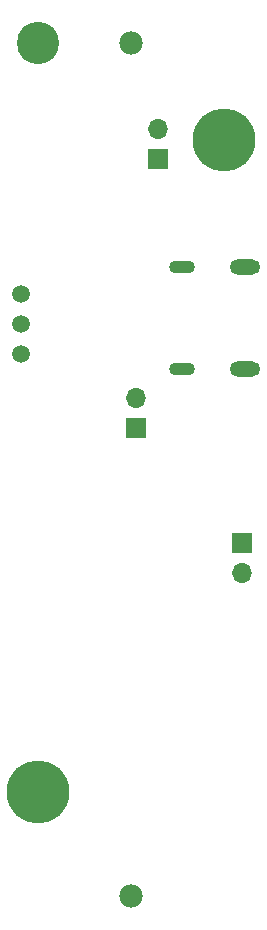
<source format=gbs>
%TF.GenerationSoftware,KiCad,Pcbnew,7.0.2*%
%TF.CreationDate,2023-05-03T22:50:51+02:00*%
%TF.ProjectId,Frackstock,46726163-6b73-4746-9f63-6b2e6b696361,rev?*%
%TF.SameCoordinates,PX54f9b60PY6e87f28*%
%TF.FileFunction,Soldermask,Bot*%
%TF.FilePolarity,Negative*%
%FSLAX46Y46*%
G04 Gerber Fmt 4.6, Leading zero omitted, Abs format (unit mm)*
G04 Created by KiCad (PCBNEW 7.0.2) date 2023-05-03 22:50:51*
%MOMM*%
%LPD*%
G01*
G04 APERTURE LIST*
%ADD10R,1.700000X1.700000*%
%ADD11O,1.700000X1.700000*%
%ADD12O,2.200000X1.100000*%
%ADD13O,2.600000X1.300000*%
%ADD14C,1.501000*%
%ADD15C,1.980000*%
%ADD16C,5.325000*%
%ADD17C,3.585000*%
G04 APERTURE END LIST*
D10*
%TO.C,J8*%
X20955000Y33304400D03*
D11*
X20955000Y30764400D03*
%TD*%
D10*
%TO.C,J6*%
X12011000Y43073400D03*
D11*
X12011000Y45613400D03*
%TD*%
D12*
%TO.C,J2*%
X15867800Y48080200D03*
X15867800Y56720200D03*
D13*
X21227800Y48080200D03*
X21227800Y56720200D03*
%TD*%
D14*
%TO.C,J1*%
X2232000Y49352400D03*
X2232000Y51892400D03*
X2232000Y54432400D03*
%TD*%
D10*
%TO.C,J5*%
X13839800Y65831800D03*
D11*
X13839800Y68371800D03*
%TD*%
D15*
%TO.C,U14*%
X11528400Y75649000D03*
X11528400Y3429000D03*
D16*
X3658400Y12249000D03*
D17*
X3658400Y75649000D03*
D16*
X19398400Y67449000D03*
%TD*%
M02*

</source>
